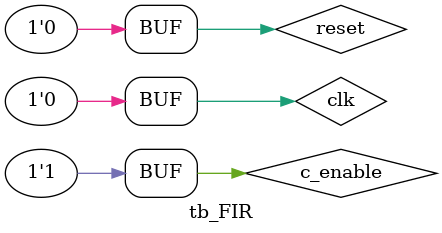
<source format=v>
`timescale 1ns / 1ps


module tb_FIR;

    reg clk, reset, c_enable;
    reg signed [15:0] sample_data;
    wire [31:0] filtered_data;
    // clk clock generation 100 MHz
    always begin
        clk = 1; #5;
        clk = 0; #5;
    end
    
    // Reset logic 
    always begin
        reset = 1; #5;
        reset = 0; #1000;
    end
    
    //Clock_enable signal generation
    always begin
        c_enable = 0; #10;
        c_enable = 1; #10;
    end
    
    // UUT instantiation
    FIR_filter UUT_FIR (
            .clk(clk),
            .reset(reset),
            .c_enable(c_enable),
            .sample_in(sample_data),
            .result_out(filtered_data)
            );   
    
    // FSM for sine wave generation 2.5 Mhz
    reg [4:0] state_reg;
    reg [3:0] cntr;
    parameter wvfm_period = 4'd4;
    parameter init               = 5'd0;
    parameter sendSample0        = 5'd1;
    parameter sendSample1        = 5'd2;
    parameter sendSample2        = 5'd3;
    parameter sendSample3        = 5'd4;
    parameter sendSample4        = 5'd5;
    parameter sendSample5        = 5'd6;
    parameter sendSample6        = 5'd7;
    parameter sendSample7        = 5'd8;
   
    always @ (posedge clk or posedge reset)
        begin
            if (reset)
                begin
                    cntr <= 4'd0;
                    sample_data <= 16'd0;
                    state_reg <= init;
                end
            else
                begin
                    case (state_reg)
                        init : //0
                            begin
                                cntr <= 4'd0;
                                sample_data <= 16'h0000;
                                state_reg <= sendSample0;
                            end
                            
                        sendSample0 : //1
                            begin
                                sample_data <= 16'h0000;
                                
                                if (cntr == wvfm_period)
                                    begin
                                        cntr <= 4'd0;
                                        state_reg <= sendSample1;
                                    end
                                else
                                    begin 
                                        cntr <= cntr + 1;
                                        state_reg <= sendSample0;
                                    end
                            end 
                        
                        sendSample1 : //2
                            begin
                                sample_data <= 16'h5A7E; 
                                
                                if (cntr == wvfm_period)
                                    begin
                                        cntr <= 4'd0;
                                        state_reg <= sendSample2;
                                    end
                                else
                                    begin 
                                        cntr <= cntr + 1;
                                        state_reg <= sendSample1;
                                    end
                            end 
                        
                        sendSample2 : //3
                            begin
                                sample_data <= 16'h7FFF;
                                
                                if (cntr == wvfm_period)
                                    begin
                                        cntr <= 4'd0;
                                        state_reg <= sendSample3;
                                    end
                                else
                                    begin 
                                        cntr <= cntr + 1;
                                        state_reg <= sendSample2;
                                    end
                            end 
                        
                        sendSample3 : //4
                            begin
                                sample_data <= 16'h5A7E;
                                
                                if (cntr == wvfm_period)
                                    begin
                                        cntr <= 4'd0;
                                        state_reg <= sendSample4;
                                    end
                                else
                                    begin 
                                        cntr <= cntr + 1;
                                        state_reg <= sendSample3;
                                    end
                            end 
                        
                        sendSample4 : //5
                            begin
                                sample_data <= 16'h0000;
                                
                                if (cntr == wvfm_period)
                                    begin
                                        cntr <= 4'd0;
                                        state_reg <= sendSample5;
                                    end
                                else
                                    begin 
                                        cntr <= cntr + 1;
                                        state_reg <= sendSample4;
                                    end
                            end 
                        
                        sendSample5 : //6
                            begin
                                sample_data <= 16'hA582; 
                                
                                if (cntr == wvfm_period)
                                    begin
                                        cntr <= 4'd0;
                                        state_reg <= sendSample6;
                                    end
                                else
                                    begin 
                                        cntr <= cntr + 1;
                                        state_reg <= sendSample5;
                                    end
                            end 
                        
                        sendSample6 : //6
                            begin
                                sample_data <= 16'h8000; 
                                
                                if (cntr == wvfm_period)
                                    begin
                                        cntr <= 4'd0;
                                        state_reg <= sendSample7;
                                    end
                                else
                                    begin 
                                        cntr <= cntr + 1;
                                        state_reg <= sendSample6;
                                    end
                            end 
                        
                        sendSample7 : //6
                            begin
                                sample_data <= 16'hA582; 
                                
                                if (cntr == wvfm_period)
                                    begin
                                        cntr <= 4'd0;
                                        state_reg <= sendSample0;
                                    end
                                else
                                    begin 
                                        cntr <= cntr + 1;
                                        state_reg <= sendSample7;
                                    end
                            end                     
                    
                    endcase
                end
        end
    
endmodule

</source>
